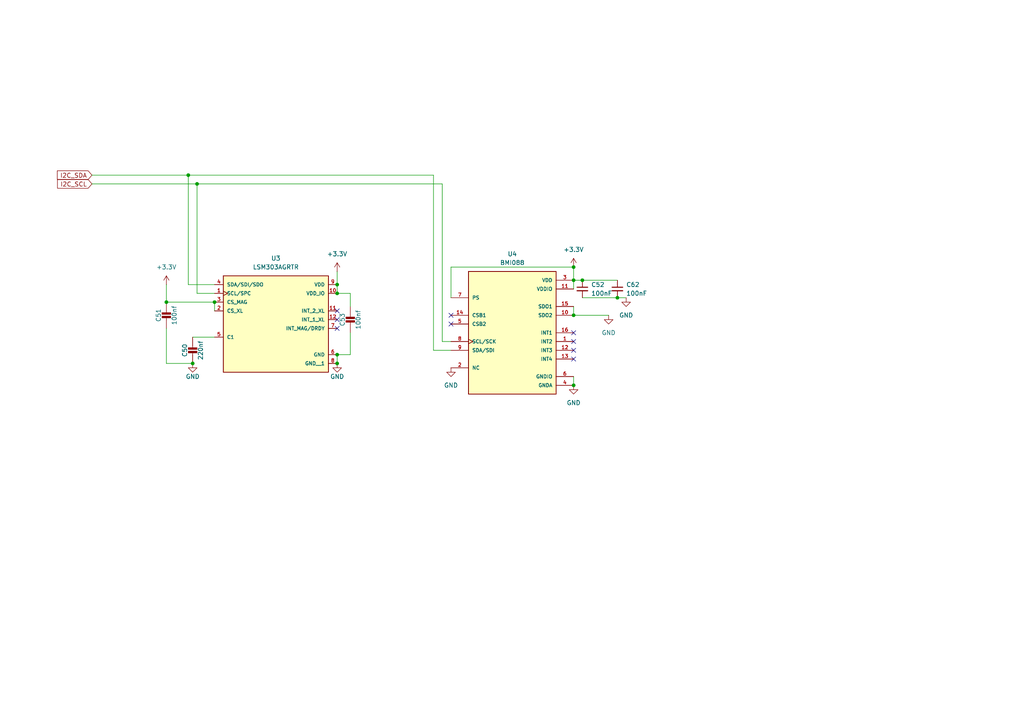
<source format=kicad_sch>
(kicad_sch (version 20250114) (generator "eeschema") (generator_version "9.0")
  (paper "A4")
  (lib_symbols
    (symbol "Adafruit ItsyBitsy RP2040-eagle-import:CAP_CERAMIC_0402NO"
      (property "Reference" "C" (at -2.29 1.25 90))
      (property "Value" "CAP_CERAMIC_0402NO" (at 2.3 1.25 90))
      (symbol "CAP_CERAMIC_0402NO_1_0"
        (rectangle (start -1.27 1.524) (end 1.27 2.032) (fill (type outline)))
        (rectangle (start -1.27 0.508) (end 1.27 1.016) (fill (type outline)))
        (polyline (pts (xy 0 2.54) (xy 0 1.778)) (stroke (width 0.1524)))
        (polyline (pts (xy 0 0.762) (xy 0 0)) (stroke (width 0.1524)))
        (pin passive line (at 0 5.08 270) (length 2.54) (name "1") (number "1"))
        (pin passive line (at 0 -2.54 90) (length 2.54) (name "2") (number "2"))
      )
    )
    (symbol "BMI088:BMI088" (pin_names (offset 1.016))
      (property "Reference" "U" (at -12.7 18.415 0))
      (property "Value" "BMI088" (at -12.7 -20.32 0))
      (symbol "BMI088_0_0"
        (rectangle (start -12.7 -17.78) (end 12.7 17.78) (stroke (width 0.254)) (fill (type background)))
        (pin input line (at -17.78 10.16 0) (length 5.08) (name "PS") (number "7"))
        (pin input line (at -17.78 5.08 0) (length 5.08) (name "CSB1") (number "14"))
        (pin input line (at -17.78 2.54 0) (length 5.08) (name "CSB2") (number "5"))
        (pin input clock (at -17.78 -2.54 0) (length 5.08) (name "SCL/SCK") (number "8"))
        (pin bidirectional line (at -17.78 -5.08 0) (length 5.08) (name "SDA/SDI") (number "9"))
        (pin passive line (at -17.78 -10.16 0) (length 5.08) (name "NC") (number "2"))
        (pin power_in line (at 17.78 15.24 180) (length 5.08) (name "VDD") (number "3"))
        (pin power_in line (at 17.78 12.7 180) (length 5.08) (name "VDDIO") (number "11"))
        (pin output line (at 17.78 7.62 180) (length 5.08) (name "SDO1") (number "15"))
        (pin output line (at 17.78 5.08 180) (length 5.08) (name "SDO2") (number "10"))
        (pin bidirectional line (at 17.78 0 180) (length 5.08) (name "INT1") (number "16"))
        (pin bidirectional line (at 17.78 -2.54 180) (length 5.08) (name "INT2") (number "1"))
        (pin bidirectional line (at 17.78 -5.08 180) (length 5.08) (name "INT3") (number "12"))
        (pin bidirectional line (at 17.78 -7.62 180) (length 5.08) (name "INT4") (number "13"))
        (pin power_in line (at 17.78 -12.7 180) (length 5.08) (name "GNDIO") (number "6"))
        (pin power_in line (at 17.78 -15.24 180) (length 5.08) (name "GNDA") (number "4"))
      )
    )
    (symbol "Device:C_Small" (pin_numbers (hide yes)) (pin_names (offset 0.254) (hide yes))
      (property "Reference" "C" (at 0.254 1.778 0))
      (property "Value" "C_Small" (at 0.254 -2.032 0))
      (symbol "C_Small_0_1"
        (polyline (pts (xy -1.524 0.508) (xy 1.524 0.508)) (stroke (width 0.3048)))
        (polyline (pts (xy -1.524 -0.508) (xy 1.524 -0.508)) (stroke (width 0.3302)))
      )
      (symbol "C_Small_1_1"
        (pin passive line (at 0 2.54 270) (length 2.032) (name "~") (number "1"))
        (pin passive line (at 0 -2.54 90) (length 2.032) (name "~") (number "2"))
      )
    )
    (symbol "LSM303AGRTR:LSM303AGRTR" (pin_names (offset 1.016))
      (property "Reference" "U" (at -15.2989 13.248 0))
      (property "Value" "LSM303AGRTR" (at -15.2865 -17.6187 0))
      (symbol "LSM303AGRTR_0_0"
        (rectangle (start -15.24 -15.24) (end 15.24 12.7) (stroke (width 0.254)) (fill (type background)))
        (pin bidirectional line (at -17.78 10.16 0) (length 2.54) (name "SDA/SDI/SDO") (number "4"))
        (pin bidirectional clock (at -17.78 7.62 0) (length 2.54) (name "SCL/SPC") (number "1"))
        (pin input line (at -17.78 5.08 0) (length 2.54) (name "CS_MAG") (number "3"))
        (pin input line (at -17.78 2.54 0) (length 2.54) (name "CS_XL") (number "2"))
        (pin passive line (at -17.78 -5.08 0) (length 2.54) (name "C1") (number "5"))
        (pin power_in line (at 17.78 10.16 180) (length 2.54) (name "VDD") (number "9"))
        (pin power_in line (at 17.78 7.62 180) (length 2.54) (name "VDD_IO") (number "10"))
        (pin output line (at 17.78 2.54 180) (length 2.54) (name "INT_2_XL") (number "11"))
        (pin output line (at 17.78 0 180) (length 2.54) (name "INT_1_XL") (number "12"))
        (pin output line (at 17.78 -2.54 180) (length 2.54) (name "INT_MAG/DRDY") (number "7"))
        (pin power_in line (at 17.78 -10.16 180) (length 2.54) (name "GND") (number "6"))
        (pin power_in line (at 17.78 -12.7 180) (length 2.54) (name "GND__1") (number "8"))
      )
    )
    (symbol "power:+3.3V" (power) (pin_numbers (hide yes)) (pin_names (offset 0) (hide yes))
      (property "Value" "+3.3V" (at 0 3.556 0))
      (symbol "+3.3V_0_1"
        (polyline (pts (xy -0.762 1.27) (xy 0 2.54)))
        (polyline (pts (xy 0 2.54) (xy 0.762 1.27)))
        (polyline (pts (xy 0 0) (xy 0 2.54)))
      )
      (symbol "+3.3V_1_1"
        (pin power_in line (at 0 0 90) (length 0) (name "~") (number "1"))
      )
    )
    (symbol "power:GND" (power) (pin_numbers (hide yes)) (pin_names (offset 0) (hide yes))
      (property "Value" "GND" (at 0 -3.81 0))
      (symbol "GND_0_1"
        (polyline (pts (xy 0 0) (xy 0 -1.27) (xy 1.27 -1.27) (xy 0 -2.54) (xy -1.27 -1.27) (xy 0 -1.27)))
      )
      (symbol "GND_1_1"
        (pin power_in line (at 0 0 270) (length 0) (name "~") (number "1"))
      )
    )
  )
  (junction (at 97.79 105.41))
  (junction (at 166.37 81.28))
  (junction (at 57.15 53.34))
  (junction (at 166.37 111.76))
  (junction (at 55.88 105.41))
  (junction (at 179.07 86.36))
  (junction (at 166.37 77.47))
  (junction (at 97.79 102.87))
  (junction (at 166.37 91.44))
  (junction (at 168.91 81.28))
  (junction (at 62.23 87.63))
  (junction (at 97.79 82.55))
  (junction (at 54.61 50.8))
  (junction (at 97.79 85.09))
  (junction (at 48.26 87.63))
  (no_connect (at 97.79 92.71))
  (no_connect (at 166.37 99.06))
  (no_connect (at 166.37 104.14))
  (no_connect (at 97.79 90.17))
  (no_connect (at 130.81 93.98))
  (no_connect (at 97.79 95.25))
  (no_connect (at 130.81 91.44))
  (no_connect (at 166.37 96.52))
  (no_connect (at 166.37 101.6))
  (wire (pts (xy 128.27 53.34) (xy 128.27 99.06)))
  (wire (pts (xy 62.23 85.09) (xy 57.15 85.09)))
  (wire (pts (xy 57.15 53.34) (xy 57.15 85.09)))
  (wire (pts (xy 101.6 102.87) (xy 97.79 102.87)))
  (wire (pts (xy 54.61 82.55) (xy 54.61 50.8)))
  (wire (pts (xy 55.88 97.79) (xy 62.23 97.79)))
  (wire (pts (xy 57.15 53.34) (xy 128.27 53.34)))
  (wire (pts (xy 97.79 85.09) (xy 101.6 85.09)))
  (wire (pts (xy 62.23 82.55) (xy 54.61 82.55)))
  (wire (pts (xy 130.81 99.06) (xy 128.27 99.06)))
  (wire (pts (xy 101.6 85.09) (xy 101.6 88.9)))
  (wire (pts (xy 54.61 50.8) (xy 125.73 50.8)))
  (wire (pts (xy 97.79 78.74) (xy 97.79 82.55)))
  (wire (pts (xy 166.37 88.9) (xy 166.37 91.44)))
  (wire (pts (xy 166.37 91.44) (xy 176.53 91.44)))
  (wire (pts (xy 62.23 87.63) (xy 48.26 87.63)))
  (wire (pts (xy 26.67 53.34) (xy 57.15 53.34)))
  (wire (pts (xy 97.79 82.55) (xy 97.79 85.09)))
  (wire (pts (xy 97.79 102.87) (xy 97.79 105.41)))
  (wire (pts (xy 166.37 109.22) (xy 166.37 111.76)))
  (wire (pts (xy 130.81 101.6) (xy 125.73 101.6)))
  (wire (pts (xy 48.26 82.55) (xy 48.26 87.63)))
  (wire (pts (xy 166.37 77.47) (xy 166.37 81.28)))
  (wire (pts (xy 130.81 86.36) (xy 130.81 77.47)))
  (wire (pts (xy 130.81 77.47) (xy 166.37 77.47)))
  (wire (pts (xy 26.67 50.8) (xy 54.61 50.8)))
  (wire (pts (xy 48.26 105.41) (xy 55.88 105.41)))
  (wire (pts (xy 62.23 87.63) (xy 62.23 90.17)))
  (wire (pts (xy 168.91 81.28) (xy 179.07 81.28)))
  (wire (pts (xy 48.26 95.25) (xy 48.26 105.41)))
  (wire (pts (xy 166.37 81.28) (xy 166.37 83.82)))
  (wire (pts (xy 101.6 96.52) (xy 101.6 102.87)))
  (wire (pts (xy 168.91 86.36) (xy 179.07 86.36)))
  (wire (pts (xy 166.37 81.28) (xy 168.91 81.28)))
  (wire (pts (xy 181.61 86.36) (xy 179.07 86.36)))
  (wire (pts (xy 125.73 50.8) (xy 125.73 101.6)))
  (global_label "I2C_SCL" (shape input) (at 26.67 53.34 180) (property "Intersheetrefs" "${INTERSHEET_REFS}" (effects (hide yes))))
  (global_label "I2C_SDA" (shape input) (at 26.67 50.8 180) (property "Intersheetrefs" "${INTERSHEET_REFS}" (effects (hide yes))))
  (symbol (lib_id "Adafruit ItsyBitsy RP2040-eagle-import:CAP_CERAMIC_0402NO") (at 48.26 92.71 0) (unit 1)
    (property "Reference" "C51" (at 45.97 91.46 90))
    (property "Value" "100nf" (at 50.56 91.46 90))
    (property "Footprint" "Capacitor_SMD:C_0402_1005Metric" (effects (hide yes)))
  )
  (symbol (lib_id "Adafruit ItsyBitsy RP2040-eagle-import:CAP_CERAMIC_0402NO") (at 55.88 102.87 0) (unit 1)
    (property "Reference" "C50" (at 53.59 101.62 90))
    (property "Value" "220nf" (at 58.18 101.62 90))
    (property "Footprint" "Capacitor_SMD:C_0402_1005Metric" (effects (hide yes)))
  )
  (symbol (lib_id "LSM303AGRTR:LSM303AGRTR") (at 80.01 92.71 0) (unit 1)
    (property "Reference" "U3" (at 80.01 74.93 0))
    (property "Value" "LSM303AGRTR" (at 80.01 77.47 0))
    (property "Footprint" "footprints:LGA12R50P_200X200X100" (effects (hide yes)))
    (property "Description" "Ultra-compact high-performance e-compass 3D accelerometer and 3D magnetometer module" (effects (hide yes)))
    (property "PACKAGE" "LGA-12 STMicroelectronics" (effects (hide yes)))
    (property "PRICE" "1.79 USD" (effects (hide yes)))
    (property "MP" "LSM303AGRTR" (effects (hide yes)))
    (property "AVAILABILITY" "Good" (effects (hide yes)))
    (property "MANUFACTURER" "STMicroelectronics" (effects (hide yes)))
  )
  (symbol (lib_id "Device:C_Small") (at 179.07 83.82 0) (unit 1)
    (property "Reference" "C62" (at 181.61 82.5562 0) (effects (justify left)))
    (property "Value" "100nF" (at 181.61 85.0962 0) (effects (justify left)))
    (property "Footprint" "Capacitor_SMD:C_0402_1005Metric" (effects (hide yes)))
    (property "Description" "Unpolarized capacitor, small symbol" (effects (hide yes)))
  )
  (symbol (lib_id "Adafruit ItsyBitsy RP2040-eagle-import:CAP_CERAMIC_0402NO") (at 101.6 93.98 0) (unit 1)
    (property "Reference" "C53" (at 99.31 92.73 90))
    (property "Value" "100nf" (at 103.9 92.73 90))
    (property "Footprint" "Capacitor_SMD:C_0402_1005Metric" (effects (hide yes)))
  )
  (symbol (lib_id "power:+3.3V") (at 48.26 82.55 0) (unit 1)
    (property "Reference" "#PWR038" (effects (hide yes)))
    (property "Value" "+3.3V" (at 48.26 77.47 0))
    (property "Description" "Power symbol creates a global label with name \"+3.3V\"" (effects (hide yes)))
  )
  (symbol (lib_id "power:GND") (at 181.61 86.36 0) (unit 1)
    (property "Reference" "#PWR083" (effects (hide yes)))
    (property "Value" "GND" (at 181.61 91.44 0))
    (property "Description" "Power symbol creates a global label with name \"GND\" , ground" (effects (hide yes)))
  )
  (symbol (lib_id "Device:C_Small") (at 168.91 83.82 0) (unit 1)
    (property "Reference" "C52" (at 171.45 82.5562 0) (effects (justify left)))
    (property "Value" "100nF" (at 171.45 85.0962 0) (effects (justify left)))
    (property "Footprint" "Capacitor_SMD:C_0402_1005Metric" (effects (hide yes)))
    (property "Description" "Unpolarized capacitor, small symbol" (effects (hide yes)))
  )
  (symbol (lib_id "power:+3.3V") (at 97.79 78.74 0) (unit 1)
    (property "Reference" "#PWR041" (effects (hide yes)))
    (property "Value" "+3.3V" (at 97.79 73.66 0))
    (property "Description" "Power symbol creates a global label with name \"+3.3V\"" (effects (hide yes)))
  )
  (symbol (lib_id "power:GND") (at 166.37 111.76 0) (unit 1)
    (property "Reference" "#PWR046" (effects (hide yes)))
    (property "Value" "GND" (at 166.37 116.84 0))
    (property "Description" "Power symbol creates a global label with name \"GND\" , ground" (effects (hide yes)))
  )
  (symbol (lib_id "BMI088:BMI088") (at 148.59 96.52 0) (unit 1)
    (property "Reference" "U4" (at 148.59 73.66 0))
    (property "Value" "BMI088" (at 148.59 76.2 0))
    (property "Footprint" "footprints:QFN_BMI085_BOS" (effects (hide yes)))
    (property "MF" "Bosch Sensortec" (effects (hide yes)))
    (property "PURCHASE-URL" "https://pricing.snapeda.com/search/part/BMI088/?ref=eda" (effects (hide yes)))
    (property "PACKAGE" "VFLGA-16 Bosch Sensortec" (effects (hide yes)))
    (property "PRICE" "None" (effects (hide yes)))
    (property "MP" "BMI088" (effects (hide yes)))
    (property "AVAILABILITY" "In Stock" (effects (hide yes)))
    (property "DESCRIPTION" "Accelerometer, Gyroscope, 6 Axis Sensor I²C, SPI Output" (effects (hide yes)))
  )
  (symbol (lib_id "power:GND") (at 97.79 105.41 0) (unit 1)
    (property "Reference" "#PWR064" (effects (hide yes)))
    (property "Value" "GND" (at 97.79 109.22 0))
  )
  (symbol (lib_id "power:+3.3V") (at 166.37 77.47 0) (unit 1)
    (property "Reference" "#PWR045" (effects (hide yes)))
    (property "Value" "+3.3V" (at 166.37 72.39 0))
    (property "Description" "Power symbol creates a global label with name \"+3.3V\"" (effects (hide yes)))
  )
  (symbol (lib_id "power:GND") (at 130.81 106.68 0) (unit 1)
    (property "Reference" "#PWR092" (effects (hide yes)))
    (property "Value" "GND" (at 130.81 111.76 0))
    (property "Description" "Power symbol creates a global label with name \"GND\" , ground" (effects (hide yes)))
  )
  (symbol (lib_id "power:GND") (at 176.53 91.44 0) (unit 1)
    (property "Reference" "#PWR047" (effects (hide yes)))
    (property "Value" "GND" (at 176.53 96.52 0))
    (property "Description" "Power symbol creates a global label with name \"GND\" , ground" (effects (hide yes)))
  )
  (symbol (lib_id "power:GND") (at 55.88 105.41 0) (unit 1)
    (property "Reference" "#PWR063" (effects (hide yes)))
    (property "Value" "GND" (at 55.88 109.22 0))
  )
)
</source>
